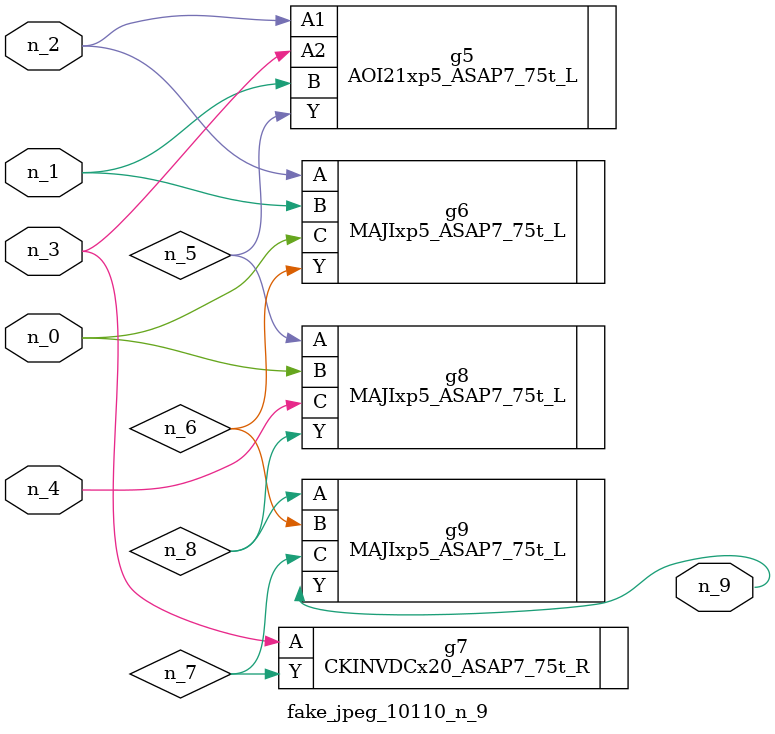
<source format=v>
module fake_jpeg_10110_n_9 (n_3, n_2, n_1, n_0, n_4, n_9);

input n_3;
input n_2;
input n_1;
input n_0;
input n_4;

output n_9;

wire n_8;
wire n_6;
wire n_5;
wire n_7;

AOI21xp5_ASAP7_75t_L g5 ( 
.A1(n_2),
.A2(n_3),
.B(n_1),
.Y(n_5)
);

MAJIxp5_ASAP7_75t_L g6 ( 
.A(n_2),
.B(n_1),
.C(n_0),
.Y(n_6)
);

CKINVDCx20_ASAP7_75t_R g7 ( 
.A(n_3),
.Y(n_7)
);

MAJIxp5_ASAP7_75t_L g8 ( 
.A(n_5),
.B(n_0),
.C(n_4),
.Y(n_8)
);

MAJIxp5_ASAP7_75t_L g9 ( 
.A(n_8),
.B(n_6),
.C(n_7),
.Y(n_9)
);


endmodule
</source>
